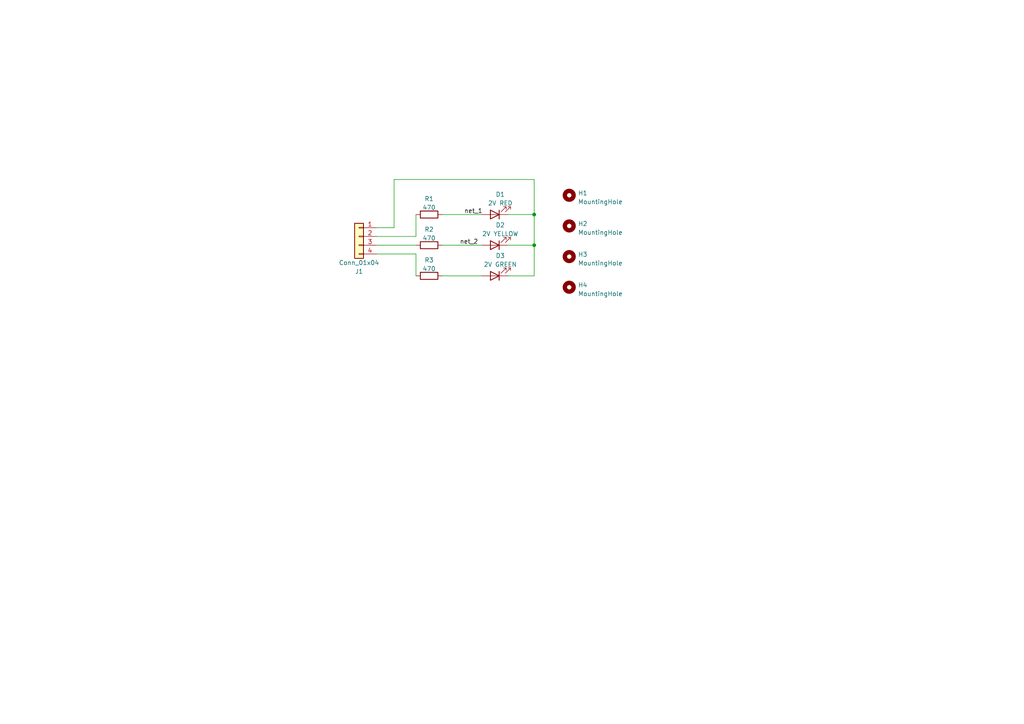
<source format=kicad_sch>
(kicad_sch (version 20230121) (generator eeschema)
  (paper "A4")
  (lib_symbols
    (symbol "Connector_Generic:Conn_01x04" (pin_names (offset 1.016) hide)
      (property "Reference" "J" (at 0 5.08 0))
      (property "Value" "Conn_01x04" (at 0 -7.62 0))
      (symbol "Conn_01x04_1_1"
        (rectangle (start -1.27 -4.953) (end 0 -5.207) (stroke (width 0.1524)))
        (rectangle (start -1.27 -2.413) (end 0 -2.667) (stroke (width 0.1524)))
        (rectangle (start -1.27 0.127) (end 0 -0.127) (stroke (width 0.1524)))
        (rectangle (start -1.27 2.667) (end 0 2.413) (stroke (width 0.1524)))
        (rectangle (start -1.27 3.81) (end 1.27 -6.35) (stroke (width 0.254)) (fill (type background)))
        (pin passive line (at -5.08 2.54 0) (length 3.81) (name "Pin_1") (number "1"))
        (pin passive line (at -5.08 0 0) (length 3.81) (name "Pin_2") (number "2"))
        (pin passive line (at -5.08 -2.54 0) (length 3.81) (name "Pin_3") (number "3"))
        (pin passive line (at -5.08 -5.08 0) (length 3.81) (name "Pin_4") (number "4"))
      )
    )
    (symbol "Device:LED" (pin_numbers hide) (pin_names (offset 1.016) hide)
      (property "Reference" "D" (at 0 2.54 0))
      (property "Value" "LED" (at 0 -2.54 0))
      (symbol "LED_0_1"
        (polyline (pts (xy -1.27 -1.27) (xy -1.27 1.27)) (stroke (width 0.254)))
        (polyline (pts (xy -1.27 0) (xy 1.27 0)))
        (polyline (pts (xy 1.27 -1.27) (xy 1.27 1.27) (xy -1.27 0) (xy 1.27 -1.27)) (stroke (width 0.254)))
        (polyline (pts (xy -3.048 -0.762) (xy -4.572 -2.286) (xy -3.81 -2.286) (xy -4.572 -2.286) (xy -4.572 -1.524)))
        (polyline (pts (xy -1.778 -0.762) (xy -3.302 -2.286) (xy -2.54 -2.286) (xy -3.302 -2.286) (xy -3.302 -1.524)))
      )
      (symbol "LED_1_1"
        (pin passive line (at -3.81 0 0) (length 2.54) (name "K") (number "1"))
        (pin passive line (at 3.81 0 180) (length 2.54) (name "A") (number "2"))
      )
    )
    (symbol "Device:R" (pin_numbers hide) (pin_names (offset 0))
      (property "Reference" "R" (at 2.032 0 90))
      (property "Value" "R" (at 0 0 90))
      (symbol "R_0_1"
        (rectangle (start -1.016 -2.54) (end 1.016 2.54) (stroke (width 0.254)))
      )
      (symbol "R_1_1"
        (pin passive line (at 0 3.81 270) (length 1.27) (name "~") (number "1"))
        (pin passive line (at 0 -3.81 90) (length 1.27) (name "~") (number "2"))
      )
    )
    (symbol "Mechanical:MountingHole" (pin_names (offset 1.016))
      (property "Reference" "H" (at 0 5.08 0))
      (property "Value" "MountingHole" (at 0 3.175 0))
      (symbol "MountingHole_0_1"
        (circle (center 0 0) (radius 1.27) (stroke (width 1.27)))
      )
    )
  )
  (junction (at 154.94 71.12))
  (junction (at 154.94 62.23))
  (wire (pts (xy 154.94 71.12) (xy 154.94 62.23)))
  (wire (pts (xy 154.94 52.07) (xy 114.3 52.07)))
  (wire (pts (xy 128.27 80.01) (xy 139.7 80.01)))
  (wire (pts (xy 120.65 73.66) (xy 109.22 73.66)))
  (wire (pts (xy 109.22 71.12) (xy 120.65 71.12)))
  (wire (pts (xy 114.3 66.04) (xy 109.22 66.04)))
  (wire (pts (xy 128.27 62.23) (xy 139.7 62.23)))
  (wire (pts (xy 120.65 80.01) (xy 120.65 73.66)))
  (wire (pts (xy 147.32 80.01) (xy 154.94 80.01)))
  (wire (pts (xy 114.3 52.07) (xy 114.3 66.04)))
  (wire (pts (xy 109.22 68.58) (xy 120.65 68.58)))
  (wire (pts (xy 128.27 71.12) (xy 139.7 71.12)))
  (wire (pts (xy 147.32 71.12) (xy 154.94 71.12)))
  (wire (pts (xy 154.94 80.01) (xy 154.94 71.12)))
  (wire (pts (xy 154.94 62.23) (xy 154.94 52.07)))
  (wire (pts (xy 154.94 62.23) (xy 147.32 62.23)))
  (wire (pts (xy 120.65 68.58) (xy 120.65 62.23)))
  (label "net_2" (at 133.35 71.12 0))
  (label "net_1" (at 134.62 62.23 0))
  (symbol (lib_id "Device:LED") (at 143.51 62.23 180) (unit 1)
    (property "Reference" "D1" (at 145.0975 56.388 0))
    (property "Value" "2V RED" (at 145.0975 58.928 0))
    (property "Footprint" "LED_THT:LED_D3.0mm" (effects hide))
  )
  (symbol (lib_id "Device:R") (at 124.46 71.12 90) (unit 1)
    (property "Reference" "R2" (at 124.46 66.548 90))
    (property "Value" "470" (at 124.46 69.088 90))
    (property "Footprint" "Resistor_THT:R_Axial_DIN0204_L3.6mm_D1.6mm_P5.08mm_Horizontal" (effects hide))
  )
  (symbol (lib_id "Mechanical:MountingHole") (at 165.1 83.312 0) (unit 1)
    (property "Reference" "H4" (at 167.64 82.677 0) (effects (justify left)))
    (property "Value" "MountingHole" (at 167.64 85.217 0) (effects (justify left)))
    (property "Footprint" "MountingHole:MountingHole_2.5mm_Pad" (effects hide))
  )
  (symbol (lib_id "Device:R") (at 124.46 80.01 90) (unit 1)
    (property "Reference" "R3" (at 124.46 75.438 90))
    (property "Value" "470" (at 124.46 77.978 90))
    (property "Footprint" "Resistor_THT:R_Axial_DIN0204_L3.6mm_D1.6mm_P5.08mm_Horizontal" (effects hide))
  )
  (symbol (lib_id "Mechanical:MountingHole") (at 165.1 65.532 0) (unit 1)
    (property "Reference" "H2" (at 167.64 64.897 0) (effects (justify left)))
    (property "Value" "MountingHole" (at 167.64 67.437 0) (effects (justify left)))
    (property "Footprint" "MountingHole:MountingHole_2.5mm_Pad" (effects hide))
  )
  (symbol (lib_id "Mechanical:MountingHole") (at 165.1 56.642 0) (unit 1)
    (property "Reference" "H1" (at 167.64 56.007 0) (effects (justify left)))
    (property "Value" "MountingHole" (at 167.64 58.547 0) (effects (justify left)))
    (property "Footprint" "MountingHole:MountingHole_2.5mm_Pad" (effects hide))
  )
  (symbol (lib_id "Device:LED") (at 143.51 80.01 180) (unit 1)
    (property "Reference" "D3" (at 145.0975 74.168 0))
    (property "Value" "2V GREEN" (at 145.0975 76.708 0))
    (property "Footprint" "LED_THT:LED_D3.0mm" (effects hide))
  )
  (symbol (lib_id "Mechanical:MountingHole") (at 165.1 74.422 0) (unit 1)
    (property "Reference" "H3" (at 167.64 73.787 0) (effects (justify left)))
    (property "Value" "MountingHole" (at 167.64 76.327 0) (effects (justify left)))
    (property "Footprint" "MountingHole:MountingHole_2.5mm_Pad" (effects hide))
  )
  (symbol (lib_id "Connector_Generic:Conn_01x04") (at 104.14 68.58 0) (mirror y) (unit 1)
    (property "Reference" "J1" (at 104.14 78.74 0))
    (property "Value" "Conn_01x04" (at 104.14 76.2 0))
    (property "Footprint" "Connector_PinHeader_2.54mm:PinHeader_1x04_P2.54mm_Horizontal" (effects hide))
  )
  (symbol (lib_id "Device:LED") (at 143.51 71.12 180) (unit 1)
    (property "Reference" "D2" (at 145.0975 65.278 0))
    (property "Value" "2V YELLOW" (at 145.0975 67.818 0))
    (property "Footprint" "LED_THT:LED_D3.0mm" (effects hide))
  )
  (symbol (lib_id "Device:R") (at 124.46 62.23 270) (unit 1)
    (property "Reference" "R1" (at 124.46 57.658 90))
    (property "Value" "470" (at 124.46 60.198 90))
    (property "Footprint" "Resistor_THT:R_Axial_DIN0204_L3.6mm_D1.6mm_P5.08mm_Horizontal" (effects hide))
  )
)
</source>
